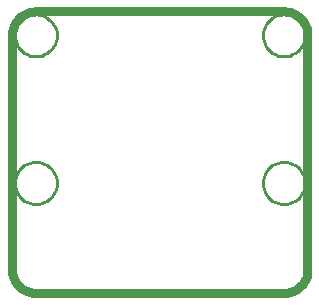
<source format=gko>
G04*
G04 #@! TF.GenerationSoftware,Altium Limited,Altium Designer,23.4.1 (23)*
G04*
G04 Layer_Color=16711935*
%FSLAX44Y44*%
%MOMM*%
G71*
G04*
G04 #@! TF.SameCoordinates,EFB48218-AA6A-4B24-80ED-B411BF601C35*
G04*
G04*
G04 #@! TF.FilePolarity,Positive*
G04*
G01*
G75*
%ADD60C,0.7620*%
%ADD61C,0.2540*%
D60*
X105000Y-93310D02*
X107611Y-93139D01*
X110176Y-92628D01*
X112654Y-91788D01*
X115000Y-90631D01*
X117175Y-89177D01*
X119142Y-87452D01*
X120867Y-85485D01*
X122320Y-83310D01*
X123478Y-80964D01*
X124319Y-78486D01*
X124829Y-75921D01*
X125000Y-73310D01*
X-105000Y145310D02*
X-107611Y145139D01*
X-110176Y144628D01*
X-112654Y143788D01*
X-115000Y142631D01*
X-117175Y141177D01*
X-119142Y139452D01*
X-120867Y137485D01*
X-122320Y135310D01*
X-123478Y132964D01*
X-124319Y130486D01*
X-124829Y127921D01*
X-125000Y125310D01*
Y-73310D02*
X-124829Y-75921D01*
X-124319Y-78486D01*
X-123478Y-80964D01*
X-122320Y-83310D01*
X-120867Y-85485D01*
X-119142Y-87452D01*
X-117175Y-89177D01*
X-115000Y-90631D01*
X-112654Y-91788D01*
X-110176Y-92628D01*
X-107611Y-93139D01*
X-105000Y-93310D01*
X125000Y125310D02*
X124829Y127921D01*
X124319Y130486D01*
X123478Y132964D01*
X122320Y135310D01*
X120867Y137485D01*
X119142Y139452D01*
X117175Y141177D01*
X115000Y142631D01*
X112654Y143788D01*
X110176Y144628D01*
X107611Y145139D01*
X105000Y145310D01*
X-105000Y145310D02*
X105000D01*
X-105000Y-93310D02*
X105000D01*
X-125000Y-73310D02*
Y125310D01*
X125000Y125250D02*
X125000Y-73310D01*
D61*
X122780Y125000D02*
X122599Y127530D01*
X122060Y130009D01*
X121173Y132386D01*
X119957Y134613D01*
X118437Y136643D01*
X116643Y138437D01*
X114613Y139958D01*
X112386Y141173D01*
X110009Y142060D01*
X107530Y142599D01*
X105000Y142780D01*
X102470Y142599D01*
X99991Y142060D01*
X97614Y141173D01*
X95387Y139958D01*
X93357Y138437D01*
X91563Y136643D01*
X90042Y134613D01*
X88827Y132386D01*
X87940Y130009D01*
X87401Y127530D01*
X87220Y125000D01*
X87401Y122470D01*
X87940Y119991D01*
X88827Y117614D01*
X90042Y115387D01*
X91563Y113357D01*
X93357Y111563D01*
X95387Y110042D01*
X97614Y108827D01*
X99991Y107940D01*
X102470Y107401D01*
X105000Y107220D01*
X107530Y107401D01*
X110009Y107940D01*
X112386Y108827D01*
X114613Y110042D01*
X116643Y111563D01*
X118437Y113357D01*
X119958Y115387D01*
X121173Y117614D01*
X122060Y119991D01*
X122599Y122470D01*
X122780Y125000D01*
X-87220Y0D02*
X-87401Y2530D01*
X-87940Y5009D01*
X-88827Y7386D01*
X-90042Y9613D01*
X-91563Y11643D01*
X-93357Y13437D01*
X-95387Y14957D01*
X-97614Y16173D01*
X-99991Y17060D01*
X-102470Y17599D01*
X-105000Y17780D01*
X-107530Y17599D01*
X-110009Y17060D01*
X-112386Y16173D01*
X-114613Y14957D01*
X-116643Y13437D01*
X-118437Y11643D01*
X-119958Y9613D01*
X-121173Y7386D01*
X-122060Y5009D01*
X-122599Y2530D01*
X-122780Y0D01*
X-122599Y-2530D01*
X-122060Y-5009D01*
X-121173Y-7386D01*
X-119958Y-9613D01*
X-118437Y-11643D01*
X-116643Y-13437D01*
X-114613Y-14957D01*
X-112386Y-16173D01*
X-110009Y-17060D01*
X-107530Y-17599D01*
X-105000Y-17780D01*
X-102470Y-17599D01*
X-99991Y-17060D01*
X-97614Y-16173D01*
X-95387Y-14957D01*
X-93357Y-13437D01*
X-91563Y-11643D01*
X-90042Y-9613D01*
X-88827Y-7386D01*
X-87940Y-5009D01*
X-87401Y-2530D01*
X-87220Y0D01*
Y125000D02*
X-87401Y127530D01*
X-87940Y130009D01*
X-88827Y132386D01*
X-90042Y134613D01*
X-91563Y136643D01*
X-93357Y138437D01*
X-95387Y139958D01*
X-97614Y141173D01*
X-99991Y142060D01*
X-102470Y142599D01*
X-105000Y142780D01*
X-107530Y142599D01*
X-110009Y142060D01*
X-112386Y141173D01*
X-114613Y139958D01*
X-116643Y138437D01*
X-118437Y136643D01*
X-119958Y134613D01*
X-121173Y132386D01*
X-122060Y130009D01*
X-122599Y127530D01*
X-122780Y125000D01*
X-122599Y122470D01*
X-122060Y119991D01*
X-121173Y117614D01*
X-119958Y115387D01*
X-118437Y113357D01*
X-116643Y111563D01*
X-114613Y110042D01*
X-112386Y108827D01*
X-110009Y107940D01*
X-107530Y107401D01*
X-105000Y107220D01*
X-102470Y107401D01*
X-99991Y107940D01*
X-97614Y108827D01*
X-95387Y110042D01*
X-93357Y111563D01*
X-91563Y113357D01*
X-90042Y115387D01*
X-88827Y117614D01*
X-87940Y119991D01*
X-87401Y122470D01*
X-87220Y125000D01*
X122780Y0D02*
X122599Y2530D01*
X122060Y5009D01*
X121173Y7386D01*
X119957Y9613D01*
X118437Y11643D01*
X116643Y13437D01*
X114613Y14957D01*
X112386Y16173D01*
X110009Y17060D01*
X107530Y17599D01*
X105000Y17780D01*
X102470Y17599D01*
X99991Y17060D01*
X97614Y16173D01*
X95387Y14957D01*
X93357Y13437D01*
X91563Y11643D01*
X90042Y9613D01*
X88827Y7386D01*
X87940Y5009D01*
X87401Y2530D01*
X87220Y0D01*
X87401Y-2530D01*
X87940Y-5009D01*
X88827Y-7386D01*
X90042Y-9613D01*
X91563Y-11643D01*
X93357Y-13437D01*
X95387Y-14957D01*
X97614Y-16173D01*
X99991Y-17060D01*
X102470Y-17599D01*
X105000Y-17780D01*
X107530Y-17599D01*
X110009Y-17060D01*
X112386Y-16173D01*
X114613Y-14957D01*
X116643Y-13437D01*
X118437Y-11643D01*
X119958Y-9613D01*
X121173Y-7386D01*
X122060Y-5009D01*
X122599Y-2530D01*
X122780Y0D01*
M02*

</source>
